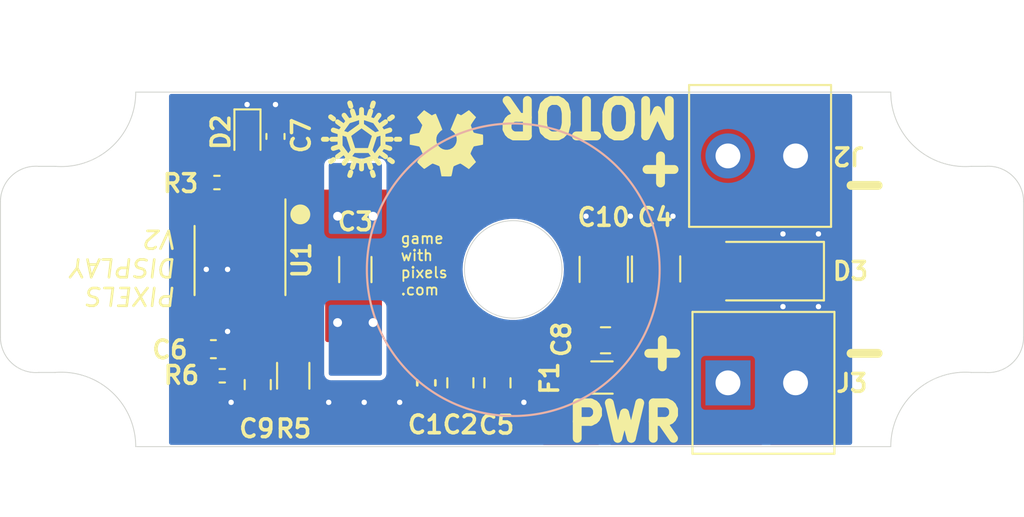
<source format=kicad_pcb>
(kicad_pcb (version 20240108) (generator "pcbnew") (generator_version "8.0")
  (layers (0 "F.Cu" signal) (31 "B.Cu" signal) (34 "B.Paste" user) (35 "F.Paste" user) (36 "B.SilkS" user "B.Silkscreen") (37 "F.SilkS" user "F.Silkscreen") (38 "B.Mask" user) (39 "F.Mask" user) (44 "Edge.Cuts" user))
  (net 0 "")
  (net 1 "GND")
  (net 2 "VBUS")
  (net 3 "+5V")
  (net 4 "Net-(U1-FB)")
  (net 5 "Net-(D2-A)")
  (net 6 "Net-(R3-Pad1)")
  (net 7 "Net-(R3-Pad2)")
  (net 8 "GNDPWR")
  (net 9 "/DRIVE")
  (footprint "Capacitor_SMD:C_0603_1608Metric" (layer "F.Cu") (at 145 107.9 -90)
    (property "Reference" "C1" (at 2.36 0.05 0) (layer "F.SilkS") (effects (font (thickness 0.2))))
    (property "Value" "0.1uF 16V 10% X7R")
    (pad "1" smd roundrect (at -0.775 0 270) (size 0.9 0.95) (layers "F.Cu" "F.Paste" "F.Mask") (net 3 "+5V"))
    (pad "2" smd roundrect (at 0.775 0 270) (size 0.9 0.95) (layers "F.Cu" "F.Paste" "F.Mask") (net 1 "GND"))
  )
  (footprint "Capacitor_SMD:C_0805_2012Metric" (layer "F.Cu") (at 146.92 107.9 -90)
    (property "Reference" "C2" (at 2.36 0 0) (layer "F.SilkS") (effects (font (thickness 0.2))))
    (property "Value" "22uF 25V 20% X5R")
    (pad "1" smd roundrect (at -0.95 0 270) (size 1 1.45) (layers "F.Cu" "F.Paste" "F.Mask") (net 3 "+5V"))
    (pad "2" smd roundrect (at 0.95 0 270) (size 1 1.45) (layers "F.Cu" "F.Paste" "F.Mask") (net 1 "GND"))
  )
  (footprint "Resistor_SMD:R_1206_3216Metric" (layer "F.Cu") (at 137.5 107.5 90)
    (property "Reference" "R5" (at -2.99 0.02 0) (layer "F.SilkS") (effects (font (thickness 0.2))))
    (property "Value" "0.91R")
    (pad "1" smd roundrect (at -1.4625 0 90) (size 1.125 1.75) (layers "F.Cu" "F.Paste" "F.Mask") (roundrect_rratio 0.2222222222) (net 1 "GND"))
    (pad "2" smd roundrect (at 1.4625 0 90) (size 1.125 1.75) (layers "F.Cu" "F.Paste" "F.Mask") (roundrect_rratio 0.2222222222) (net 8 "GNDPWR"))
  )
  (footprint "LOGO" (layer "F.Cu") (at 141.35 94.16 180)
    (property "Reference" "G***" (hide yes))
    (property "Value" "LOGO" (hide yes))
  )
  (footprint "Capacitor_SMD:C_1210_3225Metric" (layer "F.Cu") (at 157.95 101.475 90)
    (property "Reference" "C4" (at 2.915 -0.05 180) (layer "F.SilkS") (effects (font (thickness 0.2))))
    (property "Value" "22uF 25V")
    (pad "1" smd roundrect (at -1.475 0 90) (size 1.15 2.7) (layers "F.Cu" "F.Paste" "F.Mask") (roundrect_rratio 0.217391) (net 2 "VBUS"))
    (pad "2" smd roundrect (at 1.475 0 90) (size 1.15 2.7) (layers "F.Cu" "F.Paste" "F.Mask") (roundrect_rratio 0.217391) (net 1 "GND"))
  )
  (footprint "Resistor_SMD:R_0402_1005Metric" (layer "F.Cu") (at 133.2 96.6)
    (property "Reference" "R3" (at -2.05 0.05 180) (layer "F.SilkS") (effects (font (thickness 0.2))))
    (property "Value" "120K 1%")
    (pad "1" smd roundrect (at -0.51 0) (size 0.54 0.64) (layers "F.Cu" "F.Paste" "F.Mask") (net 6 "Net-(R3-Pad1)"))
    (pad "2" smd roundrect (at 0.51 0) (size 0.54 0.64) (layers "F.Cu" "F.Paste" "F.Mask") (net 7 "Net-(R3-Pad2)"))
  )
  (footprint "Diode_SMD:D_SMA" (layer "F.Cu") (at 163.9 101.6 180)
    (property "Reference" "D3" (at -5 0 360) (layer "F.SilkS") (effects (font (thickness 0.2))))
    (property "Value" "D_TVS")
    (pad "1" smd roundrect (at -2 0 180) (size 2.5 1.8) (layers "F.Cu" "F.Paste" "F.Mask") (roundrect_rratio 0.1388888889) (net 1 "GND"))
    (pad "2" smd roundrect (at 2 0 180) (size 2.5 1.8) (layers "F.Cu" "F.Paste" "F.Mask") (roundrect_rratio 0.1388888889) (net 2 "VBUS"))
  )
  (footprint "Capacitor_SMD:C_1210_3225Metric" (layer "F.Cu") (at 155 101.5 90)
    (property "Reference" "C10" (at 2.94 -0.01 180) (layer "F.SilkS") (effects (font (thickness 0.2))))
    (property "Value" "22uF 25V")
    (pad "1" smd roundrect (at -1.475 0 90) (size 1.15 2.7) (layers "F.Cu" "F.Paste" "F.Mask") (roundrect_rratio 0.217391) (net 2 "VBUS"))
    (pad "2" smd roundrect (at 1.475 0 90) (size 1.15 2.7) (layers "F.Cu" "F.Paste" "F.Mask") (roundrect_rratio 0.217391) (net 1 "GND"))
  )
  (footprint "Pixels-dice:SOIC-8_3.9x4.9mm_P1.27mm" (layer "F.Cu") (at 134.5 101 180)
    (property "Reference" "U1" (at -3.47 0.02 90) (layer "F.SilkS") (effects (font (thickness 0.2))))
    (property "Value" "XKT520")
    (pad "1" smd roundrect (at -1.905 2.475 270) (size 1.95 0.6) (layers "F.Cu" "F.Paste" "F.Mask") (net 3 "+5V"))
    (pad "2" smd roundrect (at -0.635 2.475 270) (size 1.95 0.6) (layers "F.Cu" "F.Paste" "F.Mask") (net 5 "Net-(D2-A)"))
    (pad "3" smd roundrect (at 0.635 2.475 270) (size 1.95 0.6) (layers "F.Cu" "F.Paste" "F.Mask") (net 7 "Net-(R3-Pad2)"))
    (pad "4" smd roundrect (at 1.905 2.475 270) (size 1.95 0.6) (layers "F.Cu" "F.Paste" "F.Mask") (net 6 "Net-(R3-Pad1)"))
    (pad "5" smd roundrect (at 1.905 -2.475 270) (size 1.95 0.6) (layers "F.Cu" "F.Paste" "F.Mask") (net 4 "Net-(U1-FB)"))
    (pad "6" smd roundrect (at 0.635 -2.475 270) (size 1.95 0.6) (layers "F.Cu" "F.Paste" "F.Mask") (net 1 "GND"))
    (pad "7" smd roundrect (at -0.635 -2.475 270) (size 1.95 0.6) (layers "F.Cu" "F.Paste" "F.Mask") (net 9 "/DRIVE"))
    (pad "8" smd roundrect (at -1.905 -2.475 270) (size 1.95 0.6) (layers "F.Cu" "F.Paste" "F.Mask") (net 8 "GNDPWR"))
  )
  (footprint "LED_SMD:LED_0603_1608Metric" (layer "F.Cu") (at 134.92 93.96 -90)
    (property "Reference" "D2" (at -0.2 1.5 90) (layer "F.SilkS") (effects (font (thickness 0.2))))
    (property "Value" "LED")
    (pad "1" smd roundrect (at -0.7875 0 270) (size 0.875 0.95) (layers "F.Cu" "F.Paste" "F.Mask") (net 1 "GND"))
    (pad "2" smd roundrect (at 0.7875 0 270) (size 0.875 0.95) (layers "F.Cu" "F.Paste" "F.Mask") (net 5 "Net-(D2-A)"))
  )
  (footprint "Capacitor_SMD:C_0603_1608Metric" (layer "F.Cu") (at 133 106 180)
    (property "Reference" "C6" (at 2.45 -0.03 0) (layer "F.SilkS") (effects (font (thickness 0.2))))
    (property "Value" "0.1uF 16V 10% X7R")
    (pad "1" smd roundrect (at -0.775 0 180) (size 0.9 0.95) (layers "F.Cu" "F.Paste" "F.Mask") (net 1 "GND"))
    (pad "2" smd roundrect (at 0.775 0 180) (size 0.9 0.95) (layers "F.Cu" "F.Paste" "F.Mask") (net 4 "Net-(U1-FB)"))
  )
  (footprint "Pixels-dice:DB125-3.81-2P-GN-S" (layer "F.Cu") (at 165.81 95.1 180)
    (property "Reference" "J2" (at -2.99 0 180) (layer "F.SilkS") (effects (font (thickness 0.2))))
    (property "Value" "Screw_Terminal_01x02")
    (pad "1" thru_hole rect (at 0 0 180) (size 2.54 2.54) (drill 1.4) (layers "*.Cu" "*.Mask") (net 1 "GND"))
    (pad "2" thru_hole circle (at 3.81 0 180) (size 2.54 2.54) (drill 1.4) (layers "*.Cu" "*.Mask") (net 2 "VBUS"))
  )
  (footprint "LOGO" (layer "F.Cu") (at 146.15 94.36 180)
    (property "Reference" "G***" (hide yes))
    (property "Value" "LOGO" (hide yes))
  )
  (footprint "Capacitor_SMD:C_0603_1608Metric" (layer "F.Cu") (at 136.5 94 90)
    (property "Reference" "C7" (at 0.05 1.45 90) (layer "F.SilkS") (effects (font (thickness 0.2))))
    (property "Value" "0.1uF 16V 10% X7R")
    (pad "1" smd roundrect (at -0.775 0 90) (size 0.9 0.95) (layers "F.Cu" "F.Paste" "F.Mask") (net 3 "+5V"))
    (pad "2" smd roundrect (at 0.775 0 90) (size 0.9 0.95) (layers "F.Cu" "F.Paste" "F.Mask") (net 1 "GND"))
  )
  (footprint "Fuse:Fuse_1206_3216Metric" (layer "F.Cu") (at 154.9 107.6 180)
    (property "Reference" "F1" (at 2.95 -0.04 90) (layer "F.SilkS") (effects (font (thickness 0.2))))
    (property "Value" "250mA 150mR")
    (pad "1" smd roundrect (at -1.4 0 180) (size 1.25 1.75) (layers "F.Cu" "F.Paste" "F.Mask") (roundrect_rratio 0.2) (net 2 "VBUS"))
    (pad "2" smd roundrect (at 1.4 0 180) (size 1.25 1.75) (layers "F.Cu" "F.Paste" "F.Mask") (roundrect_rratio 0.2) (net 3 "+5V"))
  )
  (footprint "Resistor_SMD:R_0402_1005Metric" (layer "F.Cu") (at 133.5 107.5)
    (property "Reference" "R6" (at -2.3 -0.03 0) (layer "F.SilkS") (effects (font (thickness 0.2))))
    (property "Value" "1k 1%")
    (pad "1" smd roundrect (at -0.51 0) (size 0.54 0.64) (layers "F.Cu" "F.Paste" "F.Mask") (net 4 "Net-(U1-FB)"))
    (pad "2" smd roundrect (at 0.51 0) (size 0.54 0.64) (layers "F.Cu" "F.Paste" "F.Mask") (net 8 "GNDPWR"))
  )
  (footprint "Capacitor_SMD:C_0805_2012Metric" (layer "F.Cu") (at 155.1 105.5)
    (property "Reference" "C8" (at -2.48 -0.05 90) (layer "F.SilkS") (effects (font (thickness 0.2))))
    (property "Value" "10uF 50V 10% X5R")
    (pad "1" smd roundrect (at -0.95 0) (size 1 1.45) (layers "F.Cu" "F.Paste" "F.Mask") (net 3 "+5V"))
    (pad "2" smd roundrect (at 0.95 0) (size 1 1.45) (layers "F.Cu" "F.Paste" "F.Mask") (net 2 "VBUS"))
  )
  (footprint "Capacitor_SMD:C_0805_2012Metric" (layer "F.Cu") (at 149.01 107.9 -90)
    (property "Reference" "C5" (at 2.38 0.05 0) (layer "F.SilkS") (effects (font (thickness 0.2))))
    (property "Value" "22uF 25V 20% X5R")
    (pad "1" smd roundrect (at -0.95 0 270) (size 1 1.45) (layers "F.Cu" "F.Paste" "F.Mask") (net 3 "+5V"))
    (pad "2" smd roundrect (at 0.95 0 270) (size 1 1.45) (layers "F.Cu" "F.Paste" "F.Mask") (net 1 "GND"))
  )
  (footprint "Capacitor_SMD:C_0805_2012Metric" (layer "F.Cu") (at 135.5 108 -90)
    (property "Reference" "C9" (at 2.48 0.05 0) (layer "F.SilkS") (effects (font (thickness 0.2))))
    (property "Value" "10uF 50V 10% X5R")
    (pad "1" smd roundrect (at -0.95 0 270) (size 1 1.45) (layers "F.Cu" "F.Paste" "F.Mask") (net 8 "GNDPWR"))
    (pad "2" smd roundrect (at 0.95 0 270) (size 1 1.45) (layers "F.Cu" "F.Paste" "F.Mask") (net 1 "GND"))
  )
  (footprint "Capacitor_SMD:C_1206_3216Metric" (layer "F.Cu") (at 141 101.51 90)
    (property "Reference" "C3" (at 2.7 0 0) (layer "F.SilkS") (effects (font (thickness 0.2))))
    (property "Value" "33nF 50V COG")
    (pad "1" smd roundrect (at -1.475 0 90) (size 1.15 1.8) (layers "F.Cu" "F.Paste" "F.Mask") (roundrect_rratio 0.2173913043) (net 9 "/DRIVE"))
    (pad "2" smd roundrect (at 1.475 0 90) (size 1.15 1.8) (layers "F.Cu" "F.Paste" "F.Mask") (roundrect_rratio 0.2173913043) (net 3 "+5V"))
  )
  (footprint "Pixels-dice:DB125-3.81-2P-GN-S" (layer "F.Cu") (at 162 107.9)
    (property "Reference" "J3" (at 6.98 0.02 0) (layer "F.SilkS") (effects (font (thickness 0.2))))
    (property "Value" "Screw_Terminal_01x02")
    (pad "1" thru_hole rect (at 0 0) (size 2.54 2.54) (drill 1.4) (layers "*.Cu" "*.Mask") (net 2 "VBUS"))
    (pad "2" thru_hole circle (at 3.81 0) (size 2.54 2.54) (drill 1.4) (layers "*.Cu" "*.Mask") (net 1 "GND"))
  )
  (footprint "Pixels-dice:TestPoint_Pad_D2.0mm_V1.1" (layer "B.Cu") (at 141 96.78)
    (property "Reference" "J6" (hide yes))
    (property "Value" "Coil B")
    (pad "1" smd circle (at 0 0) (size 2.5 2.5) (layers "B.Cu" "B.Mask") (net 3 "+5V"))
  )
  (footprint "Pixels-dice:TestPoint_Pad_D2.0mm_V1.1" (layer "B.Cu") (at 141 106.19)
    (property "Reference" "J9" (hide yes))
    (property "Value" "Coil A")
    (pad "1" smd circle (at 0 0) (size 2.5 2.5) (layers "B.Cu" "B.Mask") (net 9 "/DRIVE"))
  )
  (footprint "Pixels-dice:TX Coil" (layer "B.Cu") (at 149.9 101.52 -90)
    (property "Reference" "J1" (hide yes))
    (property "Value" "TX_Coil")
  )
  (gr_circle (center 149.9 101.52) (end 158.15 101.52) (stroke (width 0.12)) (fill none) (layer "B.SilkS"))
  (gr_circle (center 137.9 98.4) (end 138.4 98.4) (stroke (width 0.12)) (fill solid) (layer "F.SilkS"))
  (gr_line (start 128.625 111.5) (end 171.175 111.5) (stroke (width 0.05)) (layer "Edge.Cuts"))
  (gr_arc (start 124.08629 107.313957) (mid 127.272478 108.412904) (end 128.625 111.5) (stroke (width 0.05)) (layer "Edge.Cuts"))
  (gr_line (start 175.71371 95.68632) (end 176.5 95.68632) (stroke (width 0.05)) (layer "Edge.Cuts"))
  (gr_line (start 178.66129 105.320194) (end 178.66129 97.679806) (stroke (width 0.05)) (layer "Edge.Cuts"))
  (gr_arc (start 128.625 91.5) (mid 127.272579 94.587279) (end 124.08629 95.68632) (stroke (width 0.05)) (layer "Edge.Cuts"))
  (gr_arc (start 121 97.679806) (mid 121.644008 96.209669) (end 123.16129 95.68632) (stroke (width 0.05)) (layer "Edge.Cuts"))
  (gr_line (start 124.08629 95.68632) (end 123.16129 95.68632) (stroke (width 0.05)) (layer "Edge.Cuts"))
  (gr_line (start 175.71371 107.31368) (end 176.5 107.31368) (stroke (width 0.05)) (layer "Edge.Cuts"))
  (gr_line (start 171.175 91.5) (end 128.625 91.5) (stroke (width 0.05)) (layer "Edge.Cuts"))
  (gr_arc (start 171.175 111.5) (mid 172.52742 108.412721) (end 175.71371 107.31368) (stroke (width 0.05)) (layer "Edge.Cuts"))
  (gr_arc (start 175.71371 95.68632) (mid 172.527421 94.587279) (end 171.175 91.5) (stroke (width 0.05)) (layer "Edge.Cuts"))
  (gr_line (start 121 97.679806) (end 121 105.320471) (stroke (width 0.05)) (layer "Edge.Cuts"))
  (gr_circle (center 149.9 101.5) (end 149.9 98.75) (stroke (width 0.05)) (fill none) (layer "Edge.Cuts"))
  (gr_line (start 123.16129 107.313957) (end 124.08629 107.313957) (stroke (width 0.05)) (layer "Edge.Cuts"))
  (gr_arc (start 123.16129 107.313957) (mid 121.644009 106.790604) (end 121 105.320471) (stroke (width 0.05)) (layer "Edge.Cuts"))
  (gr_arc (start 176.5 95.68632) (mid 178.017279 96.209673) (end 178.66129 97.679806) (stroke (width 0.05)) (layer "Edge.Cuts"))
  (gr_arc (start 178.66129 105.320194) (mid 178.01728 106.790327) (end 176.5 107.31368) (stroke (width 0.05)) (layer "Edge.Cuts"))
  (gr_text "PIXELS\nDISPLAY\nV2" (at 131 99.2 180) (layer "F.SilkS") (effects (font (size 1 1) (thickness 0.15) (italic yes)) (justify left bottom)))
  (gr_text "-" (at 169.7 96.9 180) (layer "F.SilkS") (effects (font (size 2 2) (thickness 0.5) (bold yes))))
  (gr_text "PWR" (at 152.7 111.3 0) (layer "F.SilkS") (effects (font (size 2 2) (thickness 0.5) (bold yes)) (justify left bottom)))
  (gr_text "game\nwith\npixels\n.com" (at 143.5 101.2 0) (layer "F.SilkS") (effects (font (size 0.6 0.6) (thickness 0.1)) (justify left)))
  (gr_text "+" (at 158.3 106.1 0) (layer "F.SilkS") (effects (font (size 2 2) (thickness 0.5) (bold yes))))
  (gr_text "-" (at 169.7 106.1 0) (layer "F.SilkS") (effects (font (size 2 2) (thickness 0.5) (bold yes))))
  (gr_text "+" (at 158.2 96 180) (layer "F.SilkS") (effects (font (size 2 2) (thickness 0.5) (bold yes))))
  (gr_text "MOTOR" (at 159.5 91.7 180) (layer "F.SilkS") (effects (font (size 2 2) (thickness 0.5) (bold yes)) (justify left bottom)))
  (segment (start 133.865 105.91) (end 133.775 106) (width 0.5) (layer "F.Cu") (net 1))
  (segment (start 133.865 103.475) (end 133.865 105.91) (width 0.5) (layer "F.Cu") (net 1))
  (via (at 136.5 92.2) (size 0.8) (drill 0.3) (layers "F.Cu" "B.Cu") (net 1))
  (via (at 143.5 109) (size 0.8) (drill 0.3) (layers "F.Cu" "B.Cu") (net 1))
  (via (at 156.5 98.5) (size 0.8) (drill 0.3) (layers "F.Cu" "B.Cu") (net 1))
  (via (at 165.1 99.5) (size 0.8) (drill 0.3) (layers "F.Cu" "B.Cu") (net 1))
  (via (at 167.1 99.5) (size 0.8) (drill 0.3) (layers "F.Cu" "B.Cu") (net 1))
  (via (at 139.5 109) (size 0.8) (drill 0.3) (layers "F.Cu" "B.Cu") (net 1))
  (via (at 167.1 103.6) (size 0.8) (drill 0.3) (layers "F.Cu" "B.Cu") (net 1))
  (via (at 133.8 105) (size 0.8) (drill 0.3) (layers "F.Cu" "B.Cu") (net 1))
  (via (at 134 109) (size 0.8) (drill 0.3) (layers "F.Cu" "B.Cu") (net 1))
  (via (at 132.6 101.5) (size 0.8) (drill 0.3) (layers "F.Cu" "B.Cu") (net 1))
  (via (at 150.5 109) (size 0.8) (drill 0.3) (layers "F.Cu" "B.Cu") (net 1))
  (via (at 158.9 98.5) (size 0.8) (drill 0.3) (layers "F.Cu" "B.Cu") (net 1))
  (via (at 133.8 101.5) (size 0.8) (drill 0.3) (layers "F.Cu" "B.Cu") (net 1))
  (via (at 141.5 109) (size 0.8) (drill 0.3) (layers "F.Cu" "B.Cu") (net 1))
  (via (at 154 98.5) (size 0.8) (drill 0.3) (layers "F.Cu" "B.Cu") (net 1))
  (via (at 134.9 92.2) (size 0.8) (drill 0.3) (layers "F.Cu" "B.Cu") (net 1))
  (via (at 165.1 103.6) (size 0.8) (drill 0.3) (layers "F.Cu" "B.Cu") (net 1))
  (segment (start 141 100.035) (end 141 99.5) (width 0.5) (layer "F.Cu") (net 3))
  (segment (start 141 99.5) (end 140 98.5) (width 0.5) (layer "F.Cu") (net 3))
  (via (at 142 98.5) (size 1) (drill 0.5) (layers "F.Cu" "B.Cu") (net 3))
  (via (at 140 98.5) (size 1) (drill 0.5) (layers "F.Cu" "B.Cu") (net 3))
  (segment (start 141 97.5) (end 142 98.5) (width 0.5) (layer "B.Cu") (net 3))
  (segment (start 141 97) (end 141 97.5) (width 0.5) (layer "B.Cu") (net 3))
  (segment (start 140 98.5) (end 142 98.5) (width 0.5) (layer "B.Cu") (net 3))
  (segment (start 132.595 103.475) (end 132.595 104.9) (width 0.25) (layer "F.Cu") (net 4))
  (segment (start 132.225 106) (end 132.225 106.735) (width 0.25) (layer "F.Cu") (net 4))
  (segment (start 132.225 105.27) (end 132.595 104.9) (width 0.25) (layer "F.Cu") (net 4))
  (segment (start 132.225 106) (end 132.225 105.27) (width 0.25) (layer "F.Cu") (net 4))
  (segment (start 132.225 106.735) (end 132.99 107.5) (width 0.25) (layer "F.Cu") (net 4))
  (segment (start 135.135 98.525) (end 135.135 94.9625) (width 0.25) (layer "F.Cu") (net 5))
  (segment (start 135.135 94.9625) (end 134.92 94.7475) (width 0.25) (layer "F.Cu") (net 5))
  (segment (start 132.595 98.525) (end 132.595 96.6575) (width 0.25) (layer "F.Cu") (net 6))
  (segment (start 132.595 96.6575) (end 132.56 96.6225) (width 0.25) (layer "F.Cu") (net 6))
  (segment (start 133.865 98.525) (end 133.865 96.9075) (width 0.25) (layer "F.Cu") (net 7))
  (segment (start 133.865 96.9075) (end 133.58 96.6225) (width 0.25) (layer "F.Cu") (net 7))
  (segment (start 140 104.5) (end 142 104.5) (width 0.5) (layer "F.Cu") (net 9))
  (via (at 142 104.5) (size 1) (drill 0.5) (layers "F.Cu" "B.Cu") (net 9))
  (via (at 140 104.5) (size 1) (drill 0.5) (layers "F.Cu" "B.Cu") (net 9))
  (segment (start 141 105.5) (end 140 104.5) (width 0.5) (layer "B.Cu") (net 9))
  (segment (start 141 106) (end 141 105.5) (width 0.5) (layer "B.Cu") (net 9))
  (zone (net 1) (net_name "GND") (layer "F.Cu") (priority 9) (connect_pads yes (clearance 0.25)) (min_thickness 0.25) (fill yes (thermal_gap 0.5) (thermal_bridge_width 0.5))
    (polygon (pts (xy 134.3 106.5) (xy 134.3 101) (xy 132 101) (xy 132 102) (xy 133.3 102) (xy 133.3 106.5)))
  )
  (zone (net 8) (net_name "GNDPWR") (layer "F.Cu") (priority 3) (connect_pads yes (clearance 0.25)) (min_thickness 0.25) (fill yes (thermal_gap 0.5) (thermal_bridge_width 0.5))
    (polygon (pts (xy 136 102.5) (xy 139 102.5) (xy 139 107.9) (xy 133.5 107.9) (xy 133.5 106.5) (xy 136 106.5)))
  )
  (zone (net 9) (net_name "/DRIVE") (layer "F.Cu") (priority 2) (connect_pads yes (clearance 0.25)) (min_thickness 0.25) (fill yes (thermal_gap 0.5) (thermal_bridge_width 0.5))
    (polygon (pts (xy 134.8 104.5) (xy 134.8 101.2) (xy 142.5 101.2) (xy 142.5 105.6) (xy 139.3 105.6) (xy 139.3 102.2) (xy 136 102.2) (xy 136 104.5)))
  )
  (zone (net 1) (net_name "GND") (layer "F.Cu") (priority 8) (connect_pads yes (clearance 0.25)) (min_thickness 0.25) (fill yes (thermal_gap 0.5) (thermal_bridge_width 0.5))
    (polygon (pts (xy 151 108.2) (xy 133.5 108.2) (xy 133.5 110) (xy 151 110)))
  )
  (zone (net 1) (net_name "GND") (layer "F.Cu") (priority 11) (connect_pads yes (clearance 0.25)) (min_thickness 0.25) (fill yes (thermal_gap 0.5) (thermal_bridge_width 0.5))
    (polygon (pts (xy 164.3 91.1) (xy 164.3 112) (xy 167.9 112) (xy 167.9 91.1)))
  )
  (zone (net 3) (net_name "+5V") (layer "F.Cu") (priority 1) (connect_pads yes (clearance 0.25)) (min_thickness 0.25) (fill yes (thermal_gap 0.5) (thermal_bridge_width 0.5))
    (polygon (pts (xy 142.8 100.9) (xy 136 100.9) (xy 136 94.2) (xy 137.5 94.2) (xy 137.5 97) (xy 146.5 97) (xy 146.5 104.5) (xy 154.8 104.5) (xy 154.8 112) (xy 151.5 112) (xy 151.5 107.7) (xy 142.8 107.7)))
  )
  (zone (net 2) (net_name "VBUS") (layer "F.Cu") (connect_pads yes (clearance 0.25)) (min_thickness 0.25) (fill yes (thermal_gap 0.5) (thermal_bridge_width 0.5))
    (polygon (pts (xy 164 91.1) (xy 159.8 91.1) (xy 159.8 101.9) (xy 153.5 101.9) (xy 153.5 104) (xy 155.3 104) (xy 155.3 112) (xy 164 112)))
  )
  (zone (net 1) (net_name "GND") (layer "F.Cu") (priority 10) (connect_pads yes (clearance 0.25)) (min_thickness 0.25) (fill yes (thermal_gap 0.5) (thermal_bridge_width 0.5))
    (polygon (pts (xy 133.7 91.1) (xy 137.5 91.1) (xy 137.5 93.8) (xy 133.7 93.8)))
  )
  (zone (net 1) (net_name "GND") (layer "F.Cu") (priority 7) (connect_pads yes (clearance 0.25)) (min_thickness 0.25) (fill yes (thermal_gap 0.5) (thermal_bridge_width 0.5))
    (polygon (pts (xy 153.5 101.1) (xy 153.5 97.8) (xy 159.4 97.8) (xy 159.4 101.1)))
  )
  (zone (net 1) (net_name "GND") (layer "B.Cu") (priority 4) (connect_pads yes (clearance 0.25)) (min_thickness 0.25) (fill yes (thermal_gap 0.5) (thermal_bridge_width 0.5))
    (polygon (pts (xy 169 91.5) (xy 169 111.5) (xy 130.5 111.5) (xy 130.5 91.5)))
  )
  (zone (net 9) (net_name "/DRIVE") (layer "B.Cu") (priority 6) (connect_pads yes (clearance 0.25)) (min_thickness 0.25) (fill yes (thermal_gap 0.5) (thermal_bridge_width 0.5))
    (polygon (pts (xy 139.5 103.5) (xy 142.5 103.5) (xy 142.5 107.5) (xy 139.5 107.5)))
  )
  (zone (net 3) (net_name "+5V") (layer "B.Cu") (priority 5) (connect_pads yes (clearance 0.25)) (min_thickness 0.25) (fill yes (thermal_gap 0.5) (thermal_bridge_width 0.5))
    (polygon (pts (xy 139.5 95.5) (xy 142.5 95.5) (xy 142.5 99.5) (xy 139.5 99.5)))
  )
)
</source>
